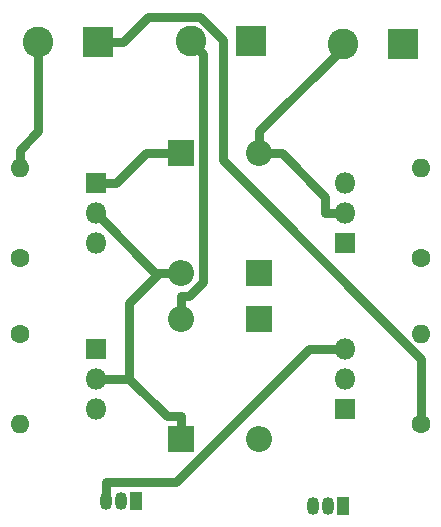
<source format=gbr>
%TF.GenerationSoftware,KiCad,Pcbnew,(5.1.6)-1*%
%TF.CreationDate,2020-11-23T20:23:35+01:00*%
%TF.ProjectId,h-bridge-2,682d6272-6964-4676-952d-322e6b696361,rev?*%
%TF.SameCoordinates,PX670dd60PY59b16d0*%
%TF.FileFunction,Copper,L1,Top*%
%TF.FilePolarity,Positive*%
%FSLAX46Y46*%
G04 Gerber Fmt 4.6, Leading zero omitted, Abs format (unit mm)*
G04 Created by KiCad (PCBNEW (5.1.6)-1) date 2020-11-23 20:23:35*
%MOMM*%
%LPD*%
G01*
G04 APERTURE LIST*
%TA.AperFunction,ComponentPad*%
%ADD10O,1.800000X1.800000*%
%TD*%
%TA.AperFunction,ComponentPad*%
%ADD11R,1.800000X1.800000*%
%TD*%
%TA.AperFunction,ComponentPad*%
%ADD12C,1.600000*%
%TD*%
%TA.AperFunction,ComponentPad*%
%ADD13O,1.600000X1.600000*%
%TD*%
%TA.AperFunction,ComponentPad*%
%ADD14R,2.200000X2.200000*%
%TD*%
%TA.AperFunction,ComponentPad*%
%ADD15O,2.200000X2.200000*%
%TD*%
%TA.AperFunction,ComponentPad*%
%ADD16O,1.050000X1.500000*%
%TD*%
%TA.AperFunction,ComponentPad*%
%ADD17R,1.050000X1.500000*%
%TD*%
%TA.AperFunction,ComponentPad*%
%ADD18R,2.600000X2.600000*%
%TD*%
%TA.AperFunction,ComponentPad*%
%ADD19C,2.600000*%
%TD*%
%TA.AperFunction,Conductor*%
%ADD20C,0.800000*%
%TD*%
G04 APERTURE END LIST*
D10*
%TO.P,Q3,3*%
%TO.N,Net-(Q3-Pad3)*%
X11580000Y12160000D03*
%TO.P,Q3,2*%
%TO.N,Mot1*%
X11580000Y14700000D03*
D11*
%TO.P,Q3,1*%
%TO.N,GND*%
X11580000Y17240000D03*
%TD*%
D12*
%TO.P,R4,1*%
%TO.N,Net-(J1-Pad1)*%
X39120000Y10890000D03*
D13*
%TO.P,R4,2*%
%TO.N,Net-(Q6-Pad2)*%
X39120000Y18510000D03*
%TD*%
D11*
%TO.P,Q5,1*%
%TO.N,GND*%
X32710000Y12160000D03*
D10*
%TO.P,Q5,2*%
%TO.N,Mot2*%
X32710000Y14700000D03*
%TO.P,Q5,3*%
%TO.N,Net-(Q1-Pad3)*%
X32710000Y17240000D03*
%TD*%
D14*
%TO.P,D1,1*%
%TO.N,Net-(D1-Pad1)*%
X18840000Y33760000D03*
D15*
%TO.P,D1,2*%
%TO.N,Mot1*%
X18840000Y23600000D03*
%TD*%
D14*
%TO.P,D2,1*%
%TO.N,Mot1*%
X18840000Y9620000D03*
D15*
%TO.P,D2,2*%
%TO.N,GND*%
X18840000Y19780000D03*
%TD*%
%TO.P,D3,2*%
%TO.N,Mot2*%
X25450000Y33760000D03*
D14*
%TO.P,D3,1*%
%TO.N,Net-(D1-Pad1)*%
X25450000Y23600000D03*
%TD*%
D15*
%TO.P,D4,2*%
%TO.N,GND*%
X25450000Y9620000D03*
D14*
%TO.P,D4,1*%
%TO.N,Mot2*%
X25450000Y19780000D03*
%TD*%
D16*
%TO.P,Q1,2*%
%TO.N,Net-(Q1-Pad2)*%
X13750000Y4370000D03*
%TO.P,Q1,3*%
%TO.N,Net-(Q1-Pad3)*%
X12480000Y4370000D03*
D17*
%TO.P,Q1,1*%
%TO.N,Net-(Q1-Pad1)*%
X15020000Y4370000D03*
%TD*%
D10*
%TO.P,Q2,3*%
%TO.N,Net-(Q2-Pad3)*%
X11580000Y26140000D03*
%TO.P,Q2,2*%
%TO.N,Mot1*%
X11580000Y28680000D03*
D11*
%TO.P,Q2,1*%
%TO.N,Net-(D1-Pad1)*%
X11580000Y31220000D03*
%TD*%
%TO.P,Q4,1*%
%TO.N,Net-(D1-Pad1)*%
X32710000Y26140000D03*
D10*
%TO.P,Q4,2*%
%TO.N,Mot2*%
X32710000Y28680000D03*
%TO.P,Q4,3*%
%TO.N,Net-(Q4-Pad3)*%
X32710000Y31220000D03*
%TD*%
D17*
%TO.P,Q6,1*%
%TO.N,Net-(Q6-Pad1)*%
X32500000Y3950000D03*
D16*
%TO.P,Q6,3*%
%TO.N,Net-(Q3-Pad3)*%
X29960000Y3950000D03*
%TO.P,Q6,2*%
%TO.N,Net-(Q6-Pad2)*%
X31230000Y3950000D03*
%TD*%
D12*
%TO.P,R1,1*%
%TO.N,Net-(Q1-Pad2)*%
X5170000Y24870000D03*
D13*
%TO.P,R1,2*%
%TO.N,Net-(J1-Pad2)*%
X5170000Y32490000D03*
%TD*%
%TO.P,R2,2*%
%TO.N,Net-(Q1-Pad1)*%
X5170000Y10890000D03*
D12*
%TO.P,R2,1*%
%TO.N,Net-(Q2-Pad3)*%
X5170000Y18510000D03*
%TD*%
D13*
%TO.P,R3,2*%
%TO.N,Net-(Q4-Pad3)*%
X39120000Y32490000D03*
D12*
%TO.P,R3,1*%
%TO.N,Net-(Q6-Pad1)*%
X39120000Y24870000D03*
%TD*%
D18*
%TO.P,J1,1*%
%TO.N,Net-(J1-Pad1)*%
X11800000Y43180000D03*
D19*
%TO.P,J1,2*%
%TO.N,Net-(J1-Pad2)*%
X6720000Y43180000D03*
%TD*%
D18*
%TO.P,J2,1*%
%TO.N,Net-(D1-Pad1)*%
X24690000Y43260000D03*
D19*
%TO.P,J2,2*%
%TO.N,GND*%
X19610000Y43260000D03*
%TD*%
%TO.P,J3,2*%
%TO.N,Mot2*%
X32500000Y43050000D03*
D18*
%TO.P,J3,1*%
%TO.N,Mot1*%
X37580000Y43050000D03*
%TD*%
D20*
%TO.N,Net-(D1-Pad1)*%
X11580000Y31220000D02*
X13280000Y31220000D01*
X18840000Y33760000D02*
X15820000Y33760000D01*
X15820000Y33760000D02*
X13280000Y31220000D01*
%TO.N,GND*%
X18840000Y19780000D02*
X18840000Y21680000D01*
X19610000Y43260000D02*
X20703300Y42166700D01*
X20703300Y42166700D02*
X20703300Y22899000D01*
X20703300Y22899000D02*
X19484300Y21680000D01*
X19484300Y21680000D02*
X18840000Y21680000D01*
%TO.N,Net-(J1-Pad1)*%
X39120000Y10890000D02*
X39120000Y16388100D01*
X39120000Y16388100D02*
X22337600Y33170500D01*
X22337600Y33170500D02*
X22337600Y43364200D01*
X22337600Y43364200D02*
X20400300Y45301500D01*
X20400300Y45301500D02*
X16021500Y45301500D01*
X16021500Y45301500D02*
X13900000Y43180000D01*
X11800000Y43180000D02*
X13900000Y43180000D01*
%TO.N,Net-(Q1-Pad3)*%
X12480000Y4370000D02*
X12480000Y5920000D01*
X12480000Y5920000D02*
X18349400Y5920000D01*
X18349400Y5920000D02*
X29669400Y17240000D01*
X29669400Y17240000D02*
X32710000Y17240000D01*
%TO.N,Mot1*%
X16800000Y23460000D02*
X11580000Y28680000D01*
X14410500Y14700000D02*
X14410500Y21070500D01*
X14410500Y21070500D02*
X16800000Y23460000D01*
X16940000Y23600000D02*
X16800000Y23460000D01*
X18840000Y23600000D02*
X16940000Y23600000D01*
X18840000Y9620000D02*
X18840000Y11520000D01*
X18840000Y11520000D02*
X17590500Y11520000D01*
X17590500Y11520000D02*
X14410500Y14700000D01*
X14410500Y14700000D02*
X13280000Y14700000D01*
X11580000Y14700000D02*
X13280000Y14700000D01*
%TO.N,Mot2*%
X32710000Y28680000D02*
X31010000Y28680000D01*
X25450000Y33760000D02*
X27350000Y33760000D01*
X31010000Y28680000D02*
X31010000Y30100000D01*
X31010000Y30100000D02*
X27350000Y33760000D01*
X25450000Y33760000D02*
X25450000Y35660000D01*
X32500000Y43050000D02*
X32500000Y42710000D01*
X32500000Y42710000D02*
X25450000Y35660000D01*
%TO.N,Net-(J1-Pad2)*%
X5170000Y32490000D02*
X5170000Y34090000D01*
X6720000Y43180000D02*
X6720000Y35640000D01*
X6720000Y35640000D02*
X5170000Y34090000D01*
%TD*%
M02*

</source>
